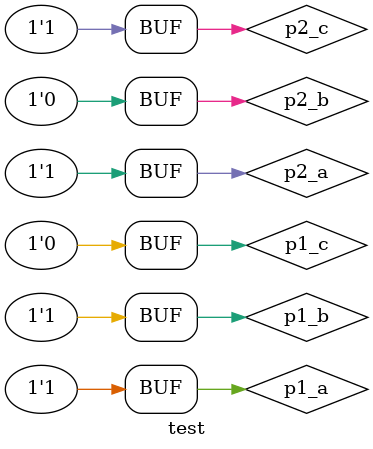
<source format=v>


module batalha(
	input p1_a,
	input p1_b,
	input p1_c,
	input p2_a,
	input p2_b,
	input p2_c,
	output s1,
	output s2);


reg s2_r;

assign s2 = s2_r & ~s1;

wire e_a;
wire e_b;
wire e_c;

assign e_a = p1_b;
assign e_b = p1_c;
assign e_c = p1_a;

assign s1 = (p1_a == p1_b) & (p1_b == p1_c);

always @(e_a, e_b, e_c, p2_a, p2_b, p2_c) 
begin
	s2_r <= (e_a == p2_a) & (e_b == p2_b) & (e_c == p2_c);

end

endmodule


module test;

reg p1_a, p1_b, p1_c, p2_a, p2_b, p2_c;
wire s1, s2;

batalha B(p1_a, p1_b, p1_c, p2_a, p2_b, p2_c, s1, s2);


initial begin
	$dumpvars(0, B);
	#2;
	p1_a <= 0; p1_b <= 0; p1_c <= 0; p2_a <= 0; p2_b <= 0; p2_c <= 0;
	#2;
	p1_a <= 1; p1_b <= 1; p1_c <= 0; p2_a <= 1; p2_b <= 0; p2_c <= 1;
	#2;
end

endmodule

</source>
